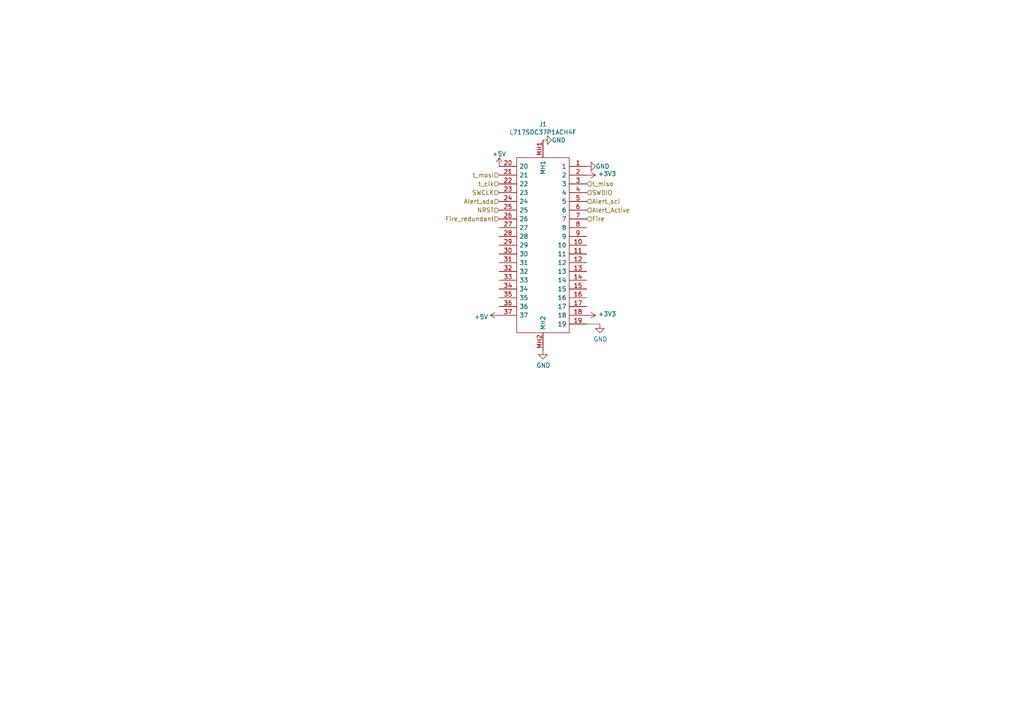
<source format=kicad_sch>
(kicad_sch (version 20211123) (generator eeschema)
  (paper "A4")
  (title_block (date "2021-12-06"))
  (lib_symbols
    (symbol "Data_Collection_KiCAD_Project-rescue:L717SDC37P1ACH4F-SamacSys_Parts-Charges_KiCAD_Project-rescue" (pin_names (offset 0.762))
      (property "Reference" "J" (at 57.15 12.7 0))
      (property "Value" "Data_Collection_KiCAD_Project-rescue_L717SDC37P1ACH4F-SamacSys_Parts-Charges_KiCAD_Project-rescue" (at 57.15 10.16 0))
      (symbol "L717SDC37P1ACH4F-SamacSys_Parts-Charges_KiCAD_Project-rescue_0_0"
        (pin passive line (at 7.62 12.7 270) (length 5.08) (name "1") (number "1"))
        (pin passive line (at 30.48 12.7 270) (length 5.08) (name "10") (number "10"))
        (pin passive line (at 33.02 12.7 270) (length 5.08) (name "11") (number "11"))
        (pin passive line (at 35.56 12.7 270) (length 5.08) (name "12") (number "12"))
        (pin passive line (at 38.1 12.7 270) (length 5.08) (name "13") (number "13"))
        (pin passive line (at 40.64 12.7 270) (length 5.08) (name "14") (number "14"))
        (pin passive line (at 43.18 12.7 270) (length 5.08) (name "15") (number "15"))
        (pin passive line (at 45.72 12.7 270) (length 5.08) (name "16") (number "16"))
        (pin passive line (at 48.26 12.7 270) (length 5.08) (name "17") (number "17"))
        (pin passive line (at 50.8 12.7 270) (length 5.08) (name "18") (number "18"))
        (pin passive line (at 53.34 12.7 270) (length 5.08) (name "19") (number "19"))
        (pin passive line (at 10.16 12.7 270) (length 5.08) (name "2") (number "2"))
        (pin passive line (at 7.62 -12.7 90) (length 5.08) (name "20") (number "20"))
        (pin passive line (at 10.16 -12.7 90) (length 5.08) (name "21") (number "21"))
        (pin passive line (at 12.7 -12.7 90) (length 5.08) (name "22") (number "22"))
        (pin passive line (at 15.24 -12.7 90) (length 5.08) (name "23") (number "23"))
        (pin passive line (at 17.78 -12.7 90) (length 5.08) (name "24") (number "24"))
        (pin passive line (at 20.32 -12.7 90) (length 5.08) (name "25") (number "25"))
        (pin passive line (at 22.86 -12.7 90) (length 5.08) (name "26") (number "26"))
        (pin passive line (at 25.4 -12.7 90) (length 5.08) (name "27") (number "27"))
        (pin passive line (at 27.94 -12.7 90) (length 5.08) (name "28") (number "28"))
        (pin passive line (at 30.48 -12.7 90) (length 5.08) (name "29") (number "29"))
        (pin passive line (at 12.7 12.7 270) (length 5.08) (name "3") (number "3"))
        (pin passive line (at 33.02 -12.7 90) (length 5.08) (name "30") (number "30"))
        (pin passive line (at 35.56 -12.7 90) (length 5.08) (name "31") (number "31"))
        (pin passive line (at 38.1 -12.7 90) (length 5.08) (name "32") (number "32"))
        (pin passive line (at 40.64 -12.7 90) (length 5.08) (name "33") (number "33"))
        (pin passive line (at 43.18 -12.7 90) (length 5.08) (name "34") (number "34"))
        (pin passive line (at 45.72 -12.7 90) (length 5.08) (name "35") (number "35"))
        (pin passive line (at 48.26 -12.7 90) (length 5.08) (name "36") (number "36"))
        (pin passive line (at 50.8 -12.7 90) (length 5.08) (name "37") (number "37"))
        (pin passive line (at 15.24 12.7 270) (length 5.08) (name "4") (number "4"))
        (pin passive line (at 17.78 12.7 270) (length 5.08) (name "5") (number "5"))
        (pin passive line (at 20.32 12.7 270) (length 5.08) (name "6") (number "6"))
        (pin passive line (at 22.86 12.7 270) (length 5.08) (name "7") (number "7"))
        (pin passive line (at 25.4 12.7 270) (length 5.08) (name "8") (number "8"))
        (pin passive line (at 27.94 12.7 270) (length 5.08) (name "9") (number "9"))
        (pin passive line (at 0 0 0) (length 5.08) (name "MH1") (number "MH1"))
        (pin passive line (at 60.96 0 180) (length 5.08) (name "MH2") (number "MH2"))
      )
      (symbol "L717SDC37P1ACH4F-SamacSys_Parts-Charges_KiCAD_Project-rescue_0_1"
        (polyline (pts (xy 5.08 7.62) (xy 55.88 7.62) (xy 55.88 -7.62) (xy 5.08 -7.62) (xy 5.08 7.62)) (stroke (width 0.1524)))
      )
    )
    (symbol "power:+3.3V" (power) (pin_names (offset 0))
      (property "Value" "+3.3V" (at 0 3.556 0))
      (symbol "+3.3V_0_1"
        (polyline (pts (xy -0.762 1.27) (xy 0 2.54)))
        (polyline (pts (xy 0 0) (xy 0 2.54)))
        (polyline (pts (xy 0 2.54) (xy 0.762 1.27)))
      )
      (symbol "+3.3V_1_1"
        (pin power_in line (at 0 0 90) (length 0) hide (name "+3V3") (number "1"))
      )
    )
    (symbol "power:+5V" (power) (pin_names (offset 0))
      (property "Value" "+5V" (at 0 3.556 0))
      (symbol "+5V_0_1"
        (polyline (pts (xy -0.762 1.27) (xy 0 2.54)))
        (polyline (pts (xy 0 0) (xy 0 2.54)))
        (polyline (pts (xy 0 2.54) (xy 0.762 1.27)))
      )
      (symbol "+5V_1_1"
        (pin power_in line (at 0 0 90) (length 0) hide (name "+5V") (number "1"))
      )
    )
    (symbol "power:GND" (power) (pin_names (offset 0))
      (property "Value" "GND" (at 0 -3.81 0))
      (symbol "GND_0_1"
        (polyline (pts (xy 0 0) (xy 0 -1.27) (xy 1.27 -1.27) (xy 0 -2.54) (xy -1.27 -1.27) (xy 0 -1.27)))
      )
      (symbol "GND_1_1"
        (pin power_in line (at 0 0 270) (length 0) hide (name "GND") (number "1"))
      )
    )
  )
  (wire (pts (xy 173.99 93.98) (xy 170.18 93.98)))
  (hierarchical_label "Alert_sda" (shape input) (at 144.78 58.42 180))
  (hierarchical_label "t_mosi" (shape input) (at 144.78 50.8 180))
  (hierarchical_label "Fire_redundant" (shape input) (at 144.78 63.5 180))
  (hierarchical_label "SWCLK" (shape input) (at 144.78 55.88 180))
  (hierarchical_label "Alert_Active" (shape input) (at 170.18 60.96 0))
  (hierarchical_label "t_clk" (shape input) (at 144.78 53.34 180))
  (hierarchical_label "Fire" (shape input) (at 170.18 63.5 0))
  (hierarchical_label "t_miso" (shape input) (at 170.18 53.34 0))
  (hierarchical_label "SWDIO" (shape input) (at 170.18 55.88 0))
  (hierarchical_label "Alert_scl" (shape input) (at 170.18 58.42 0))
  (hierarchical_label "NRST" (shape input) (at 144.78 60.96 180))
  (symbol (lib_id "power:+3.3V") (at 170.18 50.8 270) (mirror x) (unit 1)
    (property "Reference" "#PWR09" (effects hide))
    (property "Value" "+3.3V" (at 173.4312 50.419 90) (effects (justify left)))
  )
  (symbol (lib_id "power:+3.3V") (at 170.18 91.44 270) (mirror x) (unit 1)
    (property "Reference" "#PWR010" (effects hide))
    (property "Value" "+3.3V" (at 173.4312 91.059 90) (effects (justify left)))
  )
  (symbol (lib_id "power:GND") (at 173.99 93.98 0) (unit 1)
    (property "Reference" "#PWR011" (effects hide))
    (property "Value" "GND" (at 174.117 98.3742 0))
  )
  (symbol (lib_id "power:GND") (at 157.48 40.64 90) (unit 1)
    (property "Reference" "#PWR06" (effects hide))
    (property "Value" "GND" (at 160.02 40.64 90) (effects (justify right)))
  )
  (symbol (lib_id "Data_Collection_KiCAD_Project-rescue:L717SDC37P1ACH4F-SamacSys_Parts-Charges_KiCAD_Project-rescue") (at 157.48 40.64 270) (unit 1)
    (property "Reference" "J1" (at 157.48 36.0426 90))
    (property "Value" "L717SDC37P1ACH4F" (at 157.48 38.354 90))
    (property "Footprint" "RDT_Custom_Footprints:L717SDC37P1ACH4F" (effects hide))
    (property "Datasheet" "https://cdn.amphenol-icc.com/media/wysiwyg/files/drawing/l717sdxxxp1ach4f.pdf" (effects hide))
    (property "Description" "D-Sub Standard Connectors 37P Sz C Std Density Pin Screwlock 4-40" (effects hide))
    (property "Height" "12.93" (effects hide))
    (property "Mouser Part Number" "523-L717SDC37P1ACH4F" (effects hide))
    (property "Mouser Price/Stock" "https://www.mouser.co.uk/ProductDetail/Amphenol-Commercial-Products/L717SDC37P1ACH4F?qs=wLKqLMNa9uLzTtnbxoO2Ng%3D%3D" (effects hide))
    (property "Manufacturer_Name" "Amphenol" (effects hide))
    (property "Manufacturer_Part_Number" "L717SDC37P1ACH4F" (effects hide))
  )
  (symbol (lib_id "power:GND") (at 170.18 48.26 90) (unit 1)
    (property "Reference" "#PWR08" (effects hide))
    (property "Value" "GND" (at 172.72 48.26 90) (effects (justify right)))
  )
  (symbol (lib_id "power:GND") (at 157.48 101.6 0) (unit 1)
    (property "Reference" "#PWR07" (effects hide))
    (property "Value" "GND" (at 157.607 105.9942 0))
  )
  (symbol (lib_id "power:+5V") (at 144.78 91.44 90) (unit 1)
    (property "Reference" "#PWR0105" (effects hide))
    (property "Value" "+5V" (at 141.6051 91.919 90) (effects (justify left)))
  )
  (symbol (lib_id "power:+5V") (at 144.78 48.26 0) (unit 1)
    (property "Reference" "#PWR0104" (effects hide))
    (property "Value" "+5V" (at 144.78 44.6555 0))
  )
)
</source>
